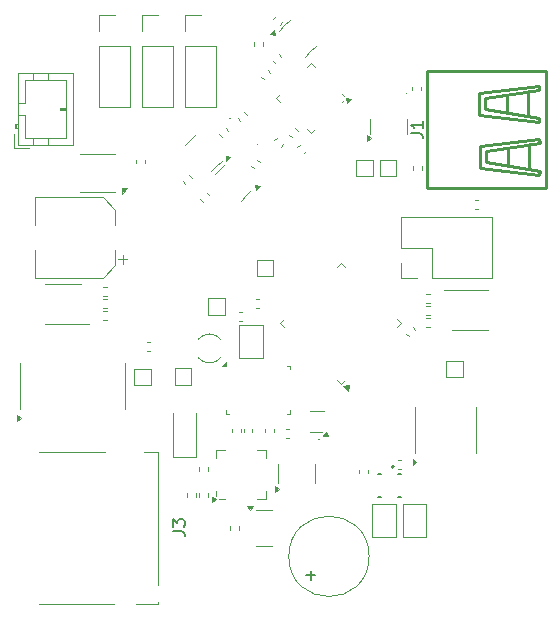
<source format=gbr>
%TF.GenerationSoftware,KiCad,Pcbnew,9.0.0*%
%TF.CreationDate,2025-03-07T10:31:51-08:00*%
%TF.ProjectId,Vanguard_new,56616e67-7561-4726-945f-6e65772e6b69,rev?*%
%TF.SameCoordinates,Original*%
%TF.FileFunction,Legend,Top*%
%TF.FilePolarity,Positive*%
%FSLAX46Y46*%
G04 Gerber Fmt 4.6, Leading zero omitted, Abs format (unit mm)*
G04 Created by KiCad (PCBNEW 9.0.0) date 2025-03-07 10:31:51*
%MOMM*%
%LPD*%
G01*
G04 APERTURE LIST*
%ADD10C,0.150000*%
%ADD11C,0.120000*%
%ADD12C,0.100000*%
%ADD13C,0.254000*%
%ADD14C,0.127000*%
%ADD15C,0.200000*%
G04 APERTURE END LIST*
D10*
X126431319Y-95073333D02*
X127145604Y-95073333D01*
X127145604Y-95073333D02*
X127288461Y-95120952D01*
X127288461Y-95120952D02*
X127383700Y-95216190D01*
X127383700Y-95216190D02*
X127431319Y-95359047D01*
X127431319Y-95359047D02*
X127431319Y-95454285D01*
X127431319Y-94073333D02*
X127431319Y-94644761D01*
X127431319Y-94359047D02*
X126431319Y-94359047D01*
X126431319Y-94359047D02*
X126574176Y-94454285D01*
X126574176Y-94454285D02*
X126669414Y-94549523D01*
X126669414Y-94549523D02*
X126717033Y-94644761D01*
X117973866Y-132880951D02*
X117973866Y-132119047D01*
X118354819Y-132499999D02*
X117592914Y-132499999D01*
X106284819Y-128768333D02*
X106999104Y-128768333D01*
X106999104Y-128768333D02*
X107141961Y-128815952D01*
X107141961Y-128815952D02*
X107237200Y-128911190D01*
X107237200Y-128911190D02*
X107284819Y-129054047D01*
X107284819Y-129054047D02*
X107284819Y-129149285D01*
X106284819Y-128387380D02*
X106284819Y-127768333D01*
X106284819Y-127768333D02*
X106665771Y-128101666D01*
X106665771Y-128101666D02*
X106665771Y-127958809D01*
X106665771Y-127958809D02*
X106713390Y-127863571D01*
X106713390Y-127863571D02*
X106761009Y-127815952D01*
X106761009Y-127815952D02*
X106856247Y-127768333D01*
X106856247Y-127768333D02*
X107094342Y-127768333D01*
X107094342Y-127768333D02*
X107189580Y-127815952D01*
X107189580Y-127815952D02*
X107237200Y-127863571D01*
X107237200Y-127863571D02*
X107284819Y-127958809D01*
X107284819Y-127958809D02*
X107284819Y-128244523D01*
X107284819Y-128244523D02*
X107237200Y-128339761D01*
X107237200Y-128339761D02*
X107189580Y-128387380D01*
D11*
%TO.C,ADR1*%
X111907500Y-111340000D02*
X113907500Y-111340000D01*
X111907500Y-114140000D02*
X111907500Y-111340000D01*
X113907500Y-111340000D02*
X113907500Y-114140000D01*
X113907500Y-114140000D02*
X111907500Y-114140000D01*
%TO.C,R2*%
X116815444Y-96250491D02*
X117032725Y-96033210D01*
X117352845Y-96787892D02*
X117570126Y-96570611D01*
%TO.C,TP1*%
X123800000Y-97300000D02*
X125200000Y-97300000D01*
X123800000Y-98700000D02*
X123800000Y-97300000D01*
X125200000Y-97300000D02*
X125200000Y-98700000D01*
X125200000Y-98700000D02*
X123800000Y-98700000D01*
%TO.C,R30*%
X100371359Y-108070000D02*
X100678641Y-108070000D01*
X100371359Y-108830000D02*
X100678641Y-108830000D01*
%TO.C,JP2*%
X123160000Y-126489998D02*
X125160000Y-126489998D01*
X123160000Y-129289998D02*
X123160000Y-126489998D01*
X125160000Y-126489998D02*
X125160000Y-129289998D01*
X125160000Y-129289998D02*
X123160000Y-129289998D01*
%TO.C,R35*%
X126570000Y-91146334D02*
X126570000Y-91453616D01*
X127330000Y-91146334D02*
X127330000Y-91453616D01*
%TO.C,J5*%
X103670000Y-85090000D02*
X105000000Y-85090000D01*
X103670000Y-86420000D02*
X103670000Y-85090000D01*
X103670000Y-87690000D02*
X103670000Y-92830000D01*
X103670000Y-87690000D02*
X106330000Y-87690000D01*
X103670000Y-92830000D02*
X106330000Y-92830000D01*
X106330000Y-87690000D02*
X106330000Y-92830000D01*
D12*
%TO.C,D2*%
X111141940Y-93828399D02*
G75*
G02*
X111041938Y-93828399I-50001J0D01*
G01*
X111041938Y-93828399D02*
G75*
G02*
X111141940Y-93828399I50001J0D01*
G01*
D11*
%TO.C,U2*%
X115394689Y-111160551D02*
X115712887Y-110842353D01*
X115712887Y-111478749D02*
X115394689Y-111160551D01*
X120181802Y-115947664D02*
X120500000Y-116265862D01*
X120500000Y-106055240D02*
X120181802Y-106373438D01*
X120500000Y-116265862D02*
X120818198Y-115947664D01*
X120818198Y-106373438D02*
X120500000Y-106055240D01*
X125287113Y-110842353D02*
X125605311Y-111160551D01*
X125605311Y-111160551D02*
X125287113Y-111478749D01*
X121143467Y-116937613D02*
X120662635Y-116456781D01*
X121235391Y-116364857D01*
X121143467Y-116937613D01*
G36*
X121143467Y-116937613D02*
G01*
X120662635Y-116456781D01*
X121235391Y-116364857D01*
X121143467Y-116937613D01*
G37*
%TO.C,U8*%
X101400000Y-96805000D02*
X98400000Y-96805000D01*
X101400000Y-100025000D02*
X98400000Y-100025000D01*
X101950000Y-100195000D02*
X101950000Y-99715000D01*
X102430000Y-99715000D01*
X101950000Y-100195000D01*
G36*
X101950000Y-100195000D02*
G01*
X101950000Y-99715000D01*
X102430000Y-99715000D01*
X101950000Y-100195000D01*
G37*
%TO.C,Q1*%
X115716785Y-85920377D02*
X115257166Y-86379997D01*
X115716785Y-85920377D02*
X116176405Y-85460758D01*
X117922959Y-88126551D02*
X117463339Y-88586170D01*
X117922959Y-88126551D02*
X118382578Y-87666931D01*
X114930129Y-86777744D02*
X114527078Y-86714105D01*
X114866490Y-86374694D01*
X114930129Y-86777744D01*
G36*
X114930129Y-86777744D02*
G01*
X114527078Y-86714105D01*
X114866490Y-86374694D01*
X114930129Y-86777744D01*
G37*
%TO.C,R23*%
X112153641Y-110180000D02*
X111846359Y-110180000D01*
X112153641Y-110940000D02*
X111846359Y-110940000D01*
%TO.C,TP3*%
X103020000Y-115030000D02*
X104420000Y-115030000D01*
X103020000Y-116430000D02*
X103020000Y-115030000D01*
X104420000Y-115030000D02*
X104420000Y-116430000D01*
X104420000Y-116430000D02*
X103020000Y-116430000D01*
%TO.C,R5*%
X113762035Y-90299436D02*
X113979316Y-90516717D01*
X114299436Y-89762035D02*
X114516717Y-89979316D01*
%TO.C,J4*%
X100020000Y-85090000D02*
X101350000Y-85090000D01*
X100020000Y-86420000D02*
X100020000Y-85090000D01*
X100020000Y-87690000D02*
X100020000Y-92830000D01*
X100020000Y-87690000D02*
X102680000Y-87690000D01*
X100020000Y-92830000D02*
X102680000Y-92830000D01*
X102680000Y-87690000D02*
X102680000Y-92830000D01*
%TO.C,R10*%
X113123349Y-98058518D02*
X112906068Y-97841237D01*
X113660750Y-97521117D02*
X113443469Y-97303836D01*
%TO.C,TP4*%
X129430000Y-114340000D02*
X130830000Y-114340000D01*
X129430000Y-115740000D02*
X129430000Y-114340000D01*
X130830000Y-114340000D02*
X130830000Y-115740000D01*
X130830000Y-115740000D02*
X129430000Y-115740000D01*
%TO.C,R15*%
X108530000Y-125526358D02*
X108530000Y-125833640D01*
X109290000Y-125526358D02*
X109290000Y-125833640D01*
%TO.C,R25*%
X127741359Y-108650000D02*
X128048641Y-108650000D01*
X127741359Y-109410000D02*
X128048641Y-109410000D01*
%TO.C,TP6*%
X109275000Y-109030000D02*
X110675000Y-109030000D01*
X109275000Y-110430000D02*
X109275000Y-109030000D01*
X110675000Y-109030000D02*
X110675000Y-110430000D01*
X110675000Y-110430000D02*
X109275000Y-110430000D01*
%TO.C,U9*%
X109932500Y-121860000D02*
X110657500Y-121860000D01*
X109932500Y-122585000D02*
X109932500Y-121860000D01*
X109932500Y-125355000D02*
X109932500Y-125780000D01*
X110657500Y-126080000D02*
X110172500Y-126080000D01*
X114152500Y-121860000D02*
X113427500Y-121860000D01*
X114152500Y-122585000D02*
X114152500Y-121860000D01*
X114152500Y-125355000D02*
X114152500Y-126080000D01*
X114152500Y-126080000D02*
X113427500Y-126080000D01*
X109932500Y-126080000D02*
X109602500Y-126319999D01*
X109602500Y-125840000D01*
X109932500Y-126080000D01*
G36*
X109932500Y-126080000D02*
G01*
X109602500Y-126319999D01*
X109602500Y-125840000D01*
X109932500Y-126080000D01*
G37*
D13*
%TO.C,J1*%
X127803500Y-89787000D02*
X137836500Y-89787000D01*
X127803500Y-99693000D02*
X127803500Y-89787000D01*
X132205500Y-91676500D02*
X132205500Y-93530500D01*
X132205500Y-93530500D02*
X137260000Y-94115000D01*
X132256500Y-96147000D02*
X137303500Y-95565000D01*
X132256500Y-98001000D02*
X132256500Y-96147000D01*
X132713500Y-92083000D02*
X137278000Y-91427500D01*
X132713500Y-93022500D02*
X132713500Y-92083000D01*
X132764500Y-96553000D02*
X132764500Y-97493000D01*
X132764500Y-97493000D02*
X137362000Y-98280500D01*
X134593000Y-91854000D02*
X134593000Y-93302000D01*
X134644000Y-96324500D02*
X134644000Y-97772500D01*
X136346000Y-91524000D02*
X136346000Y-93607000D01*
X136396500Y-95994500D02*
X136396500Y-98077000D01*
X137252500Y-91095000D02*
X132205500Y-91676500D01*
X137260000Y-94115000D02*
X137311000Y-93810000D01*
X137278000Y-91427500D02*
X137252500Y-91095000D01*
X137303500Y-95565000D02*
X137329000Y-95898000D01*
X137311000Y-93810000D02*
X132713500Y-93022500D01*
X137311000Y-98585000D02*
X132256500Y-98001000D01*
X137329000Y-95898000D02*
X132764500Y-96553000D01*
X137362000Y-98280500D02*
X137311000Y-98585000D01*
X137836500Y-89787000D02*
X137836500Y-99693000D01*
X137836500Y-99693000D02*
X127803500Y-99693000D01*
D11*
%TO.C,R3*%
X115102725Y-95453210D02*
X114885444Y-95670491D01*
X115640126Y-95990611D02*
X115422845Y-96207892D01*
%TO.C,Q4*%
X114000000Y-126939999D02*
X113350000Y-126940000D01*
X114000000Y-126939999D02*
X114650000Y-126940000D01*
X114000000Y-130060001D02*
X113350000Y-130060000D01*
X114000000Y-130060001D02*
X114650000Y-130060000D01*
X113077500Y-126660001D02*
X112837500Y-126990000D01*
X112597500Y-126660000D01*
X113077500Y-126660001D01*
G36*
X113077500Y-126660001D02*
G01*
X112837500Y-126990000D01*
X112597500Y-126660000D01*
X113077500Y-126660001D01*
G37*
D12*
%TO.C,D7*%
X126120001Y-91689974D02*
G75*
G02*
X126019999Y-91689974I-50001J0D01*
G01*
X126019999Y-91689974D02*
G75*
G02*
X126120001Y-91689974I50001J0D01*
G01*
D11*
%TO.C,R1*%
X125613641Y-122710000D02*
X125306359Y-122710000D01*
X125613641Y-123470000D02*
X125306359Y-123470000D01*
%TO.C,R24*%
X104056359Y-112720000D02*
X104363641Y-112720000D01*
X104056359Y-113480000D02*
X104363641Y-113480000D01*
%TO.C,R26*%
X127741359Y-109690000D02*
X128048641Y-109690000D01*
X127741359Y-110450000D02*
X128048641Y-110450000D01*
%TO.C,R33*%
X103180000Y-97301359D02*
X103180000Y-97608641D01*
X103940000Y-97301359D02*
X103940000Y-97608641D01*
%TO.C,R34*%
X111120000Y-128346359D02*
X111120000Y-128653641D01*
X111880000Y-128346359D02*
X111880000Y-128653641D01*
%TO.C,R36*%
X122050000Y-123883641D02*
X122050000Y-123576359D01*
X122810000Y-123883641D02*
X122810000Y-123576359D01*
%TO.C,D6*%
X106330000Y-122447500D02*
X106330000Y-118787500D01*
X106330000Y-122447500D02*
X108230000Y-122447500D01*
X108230000Y-122447500D02*
X108230000Y-118787500D01*
%TO.C,R13*%
X108622659Y-100660060D02*
X108839940Y-100877341D01*
X109160060Y-100122659D02*
X109377341Y-100339940D01*
%TO.C,R17*%
X115846359Y-120120000D02*
X116153641Y-120120000D01*
X115846359Y-120880000D02*
X116153641Y-120880000D01*
%TO.C,U6*%
X110790000Y-118810000D02*
X110790000Y-118550000D01*
X110790000Y-118810000D02*
X111050000Y-118810000D01*
X116210000Y-114790000D02*
X115950000Y-114790000D01*
X116210000Y-114790000D02*
X116210000Y-115050000D01*
X116210000Y-118810000D02*
X115950000Y-118810000D01*
X116210000Y-118810000D02*
X116210000Y-118550000D01*
D12*
X110790000Y-114790000D02*
X110430000Y-114790000D01*
X110790000Y-114430000D01*
X110790000Y-114790000D01*
G36*
X110790000Y-114790000D02*
G01*
X110430000Y-114790000D01*
X110790000Y-114430000D01*
X110790000Y-114790000D01*
G37*
D11*
%TO.C,R9*%
X110424530Y-95395448D02*
X110207249Y-95178167D01*
X110961931Y-94858047D02*
X110744650Y-94640766D01*
%TO.C,STARBOARD_RGB1*%
X129235000Y-108370000D02*
X132950000Y-108370000D01*
X129900000Y-111770000D02*
X132950000Y-111770000D01*
%TO.C,R32*%
X131826358Y-100760000D02*
X132133640Y-100760000D01*
X131826358Y-101520000D02*
X132133640Y-101520000D01*
%TO.C,R18*%
X111267500Y-120076359D02*
X111267500Y-120383641D01*
X112027500Y-120076359D02*
X112027500Y-120383641D01*
%TO.C,R21*%
X126270564Y-112267965D02*
X126053283Y-112050684D01*
X126807965Y-111730564D02*
X126590684Y-111513283D01*
%TO.C,U5*%
X118880001Y-120410000D02*
X117900001Y-120410000D01*
X119100001Y-118590000D02*
X117900001Y-118590000D01*
X119460001Y-120714433D02*
X118980001Y-120714432D01*
X119220001Y-120384432D01*
X119460001Y-120714433D01*
G36*
X119460001Y-120714433D02*
G01*
X118980001Y-120714432D01*
X119220001Y-120384432D01*
X119460001Y-120714433D01*
G37*
%TO.C,R31*%
X126590000Y-97846359D02*
X126590000Y-98153641D01*
X127350000Y-97846359D02*
X127350000Y-98153641D01*
%TO.C,R22*%
X113296360Y-109150000D02*
X113603642Y-109150000D01*
X113296360Y-109910000D02*
X113603642Y-109910000D01*
D14*
%TO.C,U10*%
X123640000Y-123900000D02*
X123932500Y-123900000D01*
X123640000Y-123942500D02*
X123640000Y-123900000D01*
X123640000Y-125900000D02*
X123640000Y-125857500D01*
X123640000Y-125900000D02*
X123932500Y-125900000D01*
X125347500Y-123900000D02*
X125640000Y-123900000D01*
X125640000Y-123900000D02*
X125640000Y-123942500D01*
X125640000Y-125857500D02*
X125640000Y-125900000D01*
X125640000Y-125900000D02*
X125347500Y-125900000D01*
D15*
X124990000Y-123312500D02*
G75*
G02*
X124790000Y-123312500I-100000J0D01*
G01*
X124790000Y-123312500D02*
G75*
G02*
X124990000Y-123312500I100000J0D01*
G01*
D11*
%TO.C,U3*%
X126810193Y-120221196D02*
X126810192Y-118271196D01*
X126810193Y-120221196D02*
X126810192Y-122171196D01*
X131930191Y-120221196D02*
X131930192Y-118271196D01*
X131930191Y-120221196D02*
X131930192Y-122171196D01*
X126905192Y-122921196D02*
X126575192Y-123161195D01*
X126575192Y-122681196D01*
X126905192Y-122921196D01*
G36*
X126905192Y-122921196D02*
G01*
X126575192Y-123161195D01*
X126575192Y-122681196D01*
X126905192Y-122921196D01*
G37*
D12*
%TO.C,D3*%
X113527862Y-95994725D02*
G75*
G02*
X113427860Y-95994725I-50001J0D01*
G01*
X113427860Y-95994725D02*
G75*
G02*
X113527862Y-95994725I50001J0D01*
G01*
D11*
%TO.C,R4*%
X111784097Y-93813451D02*
X112001378Y-94030732D01*
X112321498Y-93276050D02*
X112538779Y-93493331D01*
%TO.C,Y1*%
X108430439Y-112518186D02*
G75*
G02*
X110330000Y-112518719I949561J-781814D01*
G01*
X110330000Y-114081281D02*
G75*
G02*
X108430439Y-114081814I-950000J781281D01*
G01*
%TO.C,R8*%
X113120000Y-87653641D02*
X113120000Y-87346359D01*
X113880000Y-87653641D02*
X113880000Y-87346359D01*
%TO.C,BZ1*%
X122900000Y-130900000D02*
G75*
G02*
X116100000Y-130900000I-3400000J0D01*
G01*
X116100000Y-130900000D02*
G75*
G02*
X122900000Y-130900000I3400000J0D01*
G01*
%TO.C,R28*%
X100381359Y-110150000D02*
X100688641Y-110150000D01*
X100381359Y-110910000D02*
X100688641Y-110910000D01*
%TO.C,R19*%
X112267500Y-120076359D02*
X112267500Y-120383641D01*
X113027500Y-120076359D02*
X113027500Y-120383641D01*
%TO.C,R29*%
X100371359Y-109120000D02*
X100678641Y-109120000D01*
X100371359Y-109880000D02*
X100678641Y-109880000D01*
%TO.C,R7*%
X114782659Y-85369940D02*
X114999940Y-85152659D01*
X115320060Y-85907341D02*
X115537341Y-85690060D01*
%TO.C,R14*%
X108540000Y-123336359D02*
X108540000Y-123643641D01*
X109300000Y-123336359D02*
X109300000Y-123643641D01*
%TO.C,R20*%
X114120000Y-120076359D02*
X114120000Y-120383641D01*
X114880000Y-120076359D02*
X114880000Y-120383641D01*
%TO.C,Q3*%
X107768538Y-95642128D02*
X107308919Y-96101748D01*
X107768538Y-95642128D02*
X108228158Y-95182509D01*
X109974712Y-97848302D02*
X109515092Y-98307921D01*
X109974712Y-97848302D02*
X110434331Y-97388682D01*
X111164419Y-97054574D02*
X110825007Y-97393985D01*
X110761368Y-96990935D01*
X111164419Y-97054574D01*
G36*
X111164419Y-97054574D02*
G01*
X110825007Y-97393985D01*
X110761368Y-96990935D01*
X111164419Y-97054574D01*
G37*
%TO.C,U7*%
X93384999Y-116500000D02*
X93385000Y-114550000D01*
X93384999Y-116500000D02*
X93385000Y-118450000D01*
X102255001Y-116500000D02*
X102255000Y-114550000D01*
X102255001Y-116500000D02*
X102255000Y-118450000D01*
X93450000Y-119200000D02*
X93120000Y-119440000D01*
X93120000Y-118960000D01*
X93450000Y-119200000D01*
G36*
X93450000Y-119200000D02*
G01*
X93120000Y-119440000D01*
X93120000Y-118960000D01*
X93450000Y-119200000D01*
G37*
D12*
%TO.C,D5*%
X118730001Y-121000000D02*
G75*
G02*
X118629999Y-121000000I-50001J0D01*
G01*
X118629999Y-121000000D02*
G75*
G02*
X118730001Y-121000000I50001J0D01*
G01*
D11*
%TO.C,R6*%
X114725444Y-88920611D02*
X114942725Y-89137892D01*
X115262845Y-88383210D02*
X115480126Y-88600491D01*
%TO.C,R11*%
X116124820Y-95199987D02*
X116342101Y-95417268D01*
X116662221Y-94662586D02*
X116879502Y-94879867D01*
%TO.C,C10*%
X94590000Y-100490000D02*
X94590000Y-102840000D01*
X94590000Y-107310000D02*
X94590000Y-104960000D01*
X100345563Y-100489999D02*
X94590000Y-100490000D01*
X100345563Y-107310001D02*
X94590000Y-107310000D01*
X101410001Y-101554437D02*
X100345563Y-100489999D01*
X101410001Y-101554437D02*
X101410000Y-102840000D01*
X101410001Y-106245563D02*
X100345563Y-107310001D01*
X101410001Y-106245563D02*
X101410000Y-104960000D01*
X102043750Y-106141250D02*
X102043751Y-105353750D01*
X102437500Y-105747500D02*
X101650000Y-105747500D01*
%TO.C,TP5*%
X106430000Y-114970000D02*
X107830000Y-114970000D01*
X106430000Y-116370000D02*
X106430000Y-114970000D01*
X107830000Y-114970000D02*
X107830000Y-116370000D01*
X107830000Y-116370000D02*
X106430000Y-116370000D01*
%TO.C,U4*%
X115190000Y-123890000D02*
X115190000Y-123090000D01*
X115190000Y-123890000D02*
X115190000Y-124690000D01*
X118310000Y-123890000D02*
X118310000Y-123090000D01*
X118310000Y-123890000D02*
X118310000Y-124690000D01*
X115240000Y-125190000D02*
X114910000Y-125430000D01*
X114910000Y-124950000D01*
X115240000Y-125190000D01*
G36*
X115240000Y-125190000D02*
G01*
X114910000Y-125430000D01*
X114910000Y-124950000D01*
X115240000Y-125190000D01*
G37*
%TO.C,R16*%
X107520000Y-125833641D02*
X107520000Y-125526359D01*
X108280000Y-125833641D02*
X108280000Y-125526359D01*
%TO.C,TP2*%
X121800000Y-97300000D02*
X123200000Y-97300000D01*
X121800000Y-98700000D02*
X121800000Y-97300000D01*
X123200000Y-97300000D02*
X123200000Y-98700000D01*
X123200000Y-98700000D02*
X121800000Y-98700000D01*
%TO.C,PORTSIDE_RGB1*%
X98525000Y-107800000D02*
X95475000Y-107800000D01*
X99190000Y-111200000D02*
X95475000Y-111200000D01*
%TO.C,J7*%
X107320000Y-85095000D02*
X108650000Y-85095000D01*
X107320000Y-86425000D02*
X107320000Y-85095000D01*
X107320000Y-87695000D02*
X107320000Y-92835000D01*
X107320000Y-87695000D02*
X109980000Y-87695000D01*
X107320000Y-92835000D02*
X109980000Y-92835000D01*
X109980000Y-87695000D02*
X109980000Y-92835000D01*
%TO.C,Q2*%
X110271133Y-98105438D02*
X109811514Y-98565058D01*
X110271133Y-98105438D02*
X110730753Y-97645819D01*
X112477307Y-100311612D02*
X112017687Y-100771231D01*
X112477307Y-100311612D02*
X112936926Y-99851992D01*
X113667014Y-99517884D02*
X113327602Y-99857295D01*
X113263963Y-99454245D01*
X113667014Y-99517884D01*
G36*
X113667014Y-99517884D02*
G01*
X113327602Y-99857295D01*
X113263963Y-99454245D01*
X113667014Y-99517884D01*
G37*
%TO.C,U1*%
X114985551Y-92077346D02*
X115321427Y-92413222D01*
X115321427Y-91741470D02*
X114985551Y-92077346D01*
X117633666Y-89429231D02*
X117969542Y-89093355D01*
X117969542Y-89093355D02*
X118305418Y-89429231D01*
X117969542Y-95061337D02*
X117633666Y-94725461D01*
X118305418Y-94725461D02*
X117969542Y-95061337D01*
X120617657Y-91741470D02*
X120783827Y-91907640D01*
X120617657Y-92413222D02*
X120741401Y-92289478D01*
X121356583Y-92140986D02*
X121017172Y-92480397D01*
X120953533Y-92077346D01*
X121356583Y-92140986D01*
G36*
X121356583Y-92140986D02*
G01*
X121017172Y-92480397D01*
X120953533Y-92077346D01*
X121356583Y-92140986D01*
G37*
%TO.C,J6*%
X92840000Y-95110000D02*
X92840000Y-96360000D01*
X92840000Y-96360000D02*
X94090000Y-96360000D01*
X92939999Y-94300000D02*
X92939999Y-94600000D01*
X92939999Y-94600000D02*
X93140000Y-94600000D01*
X93040000Y-94300000D02*
X93040000Y-94600000D01*
X93140000Y-89940000D02*
X93140000Y-96060000D01*
X93140000Y-93500000D02*
X93749999Y-93500000D01*
X93140000Y-94300000D02*
X92939999Y-94300000D01*
X93140000Y-96060000D02*
X97860000Y-96060000D01*
X93749999Y-90550000D02*
X93750000Y-92500000D01*
X93749999Y-93500000D02*
X93750000Y-95450000D01*
X93750000Y-92500000D02*
X93140000Y-92500000D01*
X93750000Y-95450000D02*
X97250000Y-95450000D01*
X94450000Y-89940000D02*
X94450000Y-90550000D01*
X94450001Y-96060000D02*
X94450000Y-95450000D01*
X95749999Y-96060000D02*
X95750000Y-95450000D01*
X95750000Y-89940000D02*
X95750000Y-90550000D01*
X96750000Y-92900000D02*
X97250000Y-92900000D01*
X96750000Y-93100000D02*
X96750000Y-92900000D01*
X97250000Y-90550000D02*
X93749999Y-90550000D01*
X97250000Y-93000000D02*
X96750000Y-93000000D01*
X97250000Y-93099999D02*
X96750000Y-93100000D01*
X97250000Y-95450000D02*
X97250000Y-90550000D01*
X97860000Y-89940000D02*
X93140000Y-89940000D01*
X97860000Y-96060000D02*
X97860000Y-89940000D01*
%TO.C,R12*%
X107339940Y-99377341D02*
X107122659Y-99160060D01*
X107877341Y-98839940D02*
X107660060Y-98622659D01*
%TO.C,J3*%
X100580000Y-122025000D02*
X94980000Y-122025000D01*
X101280000Y-134895000D02*
X94980000Y-134895000D01*
X103830000Y-122025000D02*
X104990000Y-122025000D01*
X104990000Y-122025000D02*
X104990000Y-133285000D01*
X104990000Y-134785000D02*
X104990000Y-134895000D01*
X104990000Y-134895000D02*
X103180000Y-134895000D01*
%TO.C,D1*%
X122990000Y-93850000D02*
X122990000Y-95120000D01*
X126110000Y-95150000D02*
X126110000Y-93850000D01*
X123040000Y-95500000D02*
X122710000Y-95740000D01*
X122710000Y-95260000D01*
X123040000Y-95500000D01*
G36*
X123040000Y-95500000D02*
G01*
X122710000Y-95740000D01*
X122710000Y-95260000D01*
X123040000Y-95500000D01*
G37*
%TO.C,TP7*%
X113367215Y-105800000D02*
X114767215Y-105800000D01*
X113367215Y-107200000D02*
X113367215Y-105800000D01*
X114767215Y-105800000D02*
X114767215Y-107200000D01*
X114767215Y-107200000D02*
X113367215Y-107200000D01*
%TO.C,R27*%
X127741359Y-110740000D02*
X128048641Y-110740000D01*
X127741359Y-111500000D02*
X128048641Y-111500000D01*
%TO.C,JP1*%
X125730000Y-126489999D02*
X127730000Y-126489999D01*
X125730000Y-129289999D02*
X125730000Y-126489999D01*
X127730000Y-126489999D02*
X127730000Y-129289999D01*
X127730000Y-129289999D02*
X125730000Y-129289999D01*
%TO.C,J2*%
X125590000Y-102170000D02*
X133330000Y-102170000D01*
X125590000Y-104769999D02*
X125590000Y-102170000D01*
X125590000Y-107370000D02*
X125590000Y-106040000D01*
X126920000Y-107370000D02*
X125590000Y-107370000D01*
X128190000Y-104770000D02*
X125590000Y-104769999D01*
X128190001Y-107370000D02*
X128190000Y-104770000D01*
X128190001Y-107370000D02*
X133329999Y-107370000D01*
X133329999Y-107370000D02*
X133330000Y-102170000D01*
%TD*%
M02*

</source>
